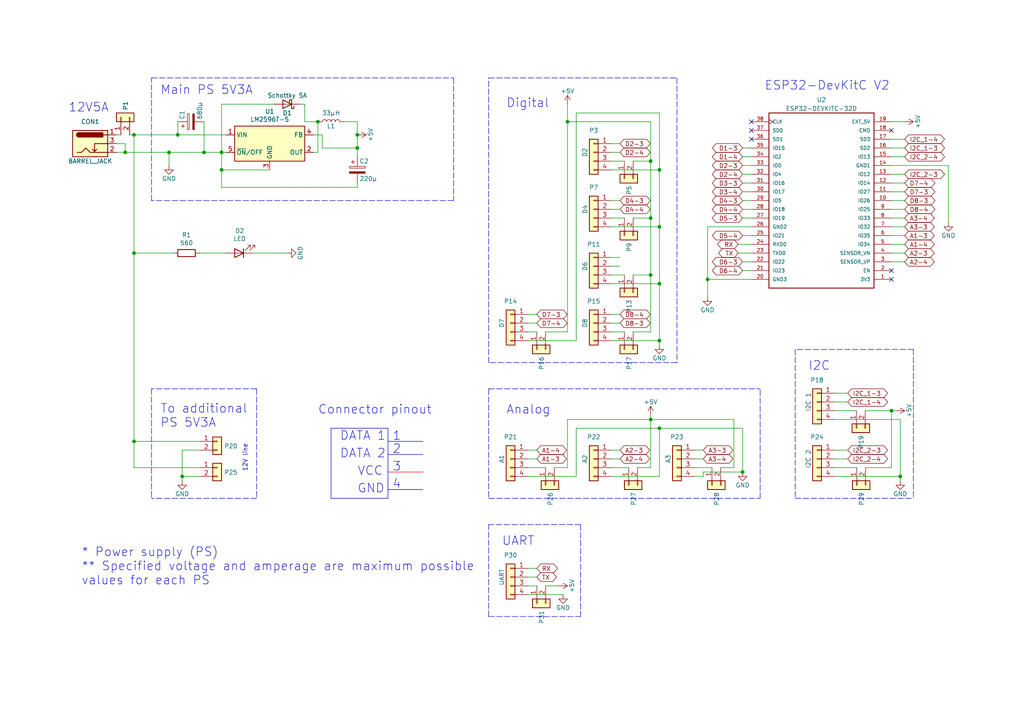
<source format=kicad_sch>
(kicad_sch (version 20231120) (generator "eeschema") (generator_version "8.0")
  (paper "A4")
  (junction (at 529.59 1.524))
  (junction (at 191.262 82.296))
  (junction (at 191.262 124.206))
  (junction (at 500.38 52.324))
  (junction (at 64.262 44.196))
  (junction (at 36.322 44.196))
  (junction (at 261.112 138.176))
  (junction (at 205.232 81.026))
  (junction (at 191.262 65.786))
  (junction (at 38.862 39.116))
  (junction (at 103.632 39.116))
  (junction (at 188.722 121.666))
  (junction (at 38.862 73.406))
  (junction (at 64.262 49.276))
  (junction (at 531.622 106.172))
  (junction (at 471.17 52.324))
  (junction (at 164.592 35.306))
  (junction (at 529.59 52.324))
  (junction (at 471.17 1.524))
  (junction (at 188.722 46.736))
  (junction (at 191.262 98.806))
  (junction (at 38.862 128.016))
  (junction (at 51.562 39.116))
  (junction (at 258.572 119.126))
  (junction (at 215.392 136.906))
  (junction (at 426.72 112.014))
  (junction (at 59.182 44.196))
  (junction (at 188.722 79.756))
  (junction (at 49.022 44.196))
  (junction (at 191.262 49.276))
  (junction (at 92.202 35.306))
  (junction (at 52.832 138.176))
  (junction (at 500.38 1.524))
  (junction (at 103.632 42.926))
  (junction (at 188.722 63.246))
  (no_connect (at 217.932 40.386))
  (no_connect (at 258.572 81.026))
  (no_connect (at 258.572 78.486))
  (no_connect (at 217.932 37.846))
  (no_connect (at 217.932 35.306))
  (no_connect (at 258.572 37.846))
  (wire (pts (xy 258.572 75.946) (xy 262.382 75.946)))
  (wire (pts (xy 64.262 30.226) (xy 79.502 30.226)))
  (wire (pts (xy 363.22 37.084) (xy 363.22 42.164)))
  (wire (pts (xy 92.202 35.306) (xy 92.202 44.196)))
  (wire (pts (xy 391.16 49.784) (xy 391.16 58.674)))
  (wire (pts (xy 258.572 45.466) (xy 262.382 45.466)))
  (wire (pts (xy 529.59 63.754) (xy 529.59 68.834)))
  (wire (pts (xy 160.782 135.636) (xy 164.592 135.636)))
  (polyline (pts (xy 141.732 112.776) (xy 220.472 112.776)) (stroke (width 0) (type dash)))
  (wire (pts (xy 212.852 121.666) (xy 212.852 135.636)))
  (wire (pts (xy 529.59 43.434) (xy 529.59 52.324)))
  (wire (pts (xy 188.722 46.736) (xy 188.722 63.246)))
  (wire (pts (xy 203.962 130.556) (xy 201.422 130.556)))
  (wire (pts (xy 217.932 78.486) (xy 215.392 78.486)))
  (wire (pts (xy 183.642 96.266) (xy 188.722 96.266)))
  (wire (pts (xy 261.112 139.446) (xy 261.112 138.176)))
  (wire (pts (xy 59.182 35.306) (xy 59.182 44.196)))
  (wire (pts (xy 363.22 9.144) (xy 369.57 9.144)))
  (wire (pts (xy 64.262 44.196) (xy 64.262 49.276)))
  (wire (pts (xy 217.932 75.946) (xy 215.392 75.946)))
  (wire (pts (xy 500.38 -7.366) (xy 500.38 1.524)))
  (wire (pts (xy 191.262 49.276) (xy 191.262 65.786)))
  (wire (pts (xy 258.572 119.126) (xy 259.842 119.126)))
  (wire (pts (xy 529.59 52.324) (xy 529.59 56.134)))
  (polyline (pts (xy 141.732 112.776) (xy 141.732 144.526)) (stroke (width 0) (type dash)))
  (wire (pts (xy 420.37 49.784) (xy 420.37 58.674)))
  (wire (pts (xy 36.322 41.656) (xy 36.322 44.196)))
  (polyline (pts (xy 112.522 128.016) (xy 122.682 128.016)) (stroke (width 0) (type solid)))
  (wire (pts (xy 179.832 44.196) (xy 177.292 44.196)))
  (wire (pts (xy 471.17 37.084) (xy 471.17 40.894)))
  (polyline (pts (xy 43.942 22.606) (xy 131.572 22.606)) (stroke (width 0) (type dash)))
  (polyline (pts (xy 43.942 112.776) (xy 43.942 144.526)) (stroke (width 0) (type dash)))
  (wire (pts (xy 88.392 30.226) (xy 88.392 35.306)))
  (polyline (pts (xy 43.942 58.166) (xy 43.942 22.606)) (stroke (width 0) (type dash)))
  (wire (pts (xy 426.72 125.984) (xy 426.72 120.904)))
  (wire (pts (xy 258.572 65.786) (xy 262.382 65.786)))
  (wire (pts (xy 258.572 68.326) (xy 262.382 68.326)))
  (wire (pts (xy 179.832 93.726) (xy 177.292 93.726)))
  (wire (pts (xy 363.22 61.214) (xy 363.22 68.834)))
  (wire (pts (xy 64.262 44.196) (xy 65.532 44.196)))
  (polyline (pts (xy 452.12 -36.576) (xy 452.12 80.264)) (stroke (width 0) (type dash)))
  (wire (pts (xy 391.16 9.144) (xy 397.51 9.144)))
  (wire (pts (xy 471.17 43.434) (xy 471.17 52.324)))
  (polyline (pts (xy 264.922 101.346) (xy 264.922 144.526)) (stroke (width 0) (type dash)))
  (wire (pts (xy 262.382 35.306) (xy 258.572 35.306)))
  (wire (pts (xy 217.932 55.626) (xy 215.392 55.626)))
  (wire (pts (xy 38.862 39.116) (xy 51.562 39.116)))
  (wire (pts (xy 258.572 58.166) (xy 262.382 58.166)))
  (polyline (pts (xy 220.472 144.526) (xy 220.472 112.776)) (stroke (width 0) (type dash)))
  (wire (pts (xy 529.59 -13.716) (xy 529.59 -9.906)))
  (wire (pts (xy 391.16 -2.286) (xy 391.16 6.604)))
  (wire (pts (xy 188.722 63.246) (xy 188.722 79.756)))
  (polyline (pts (xy 141.732 178.816) (xy 168.402 178.816)) (stroke (width 0) (type dash)))
  (polyline (pts (xy 74.422 112.776) (xy 43.942 112.776)) (stroke (width 0) (type dash)))
  (polyline (pts (xy 411.48 132.334) (xy 452.12 132.334)) (stroke (width 0) (type dash)))
  (wire (pts (xy 258.572 63.246) (xy 262.382 63.246)))
  (polyline (pts (xy 112.522 141.986) (xy 122.682 141.986)) (stroke (width 0) (type solid) (color 0 0 0 1)))
  (wire (pts (xy 531.622 97.282) (xy 531.622 106.172)))
  (wire (pts (xy 38.862 135.636) (xy 57.912 135.636)))
  (polyline (pts (xy 196.342 22.606) (xy 196.342 105.156)) (stroke (width 0) (type dash)))
  (polyline (pts (xy 112.522 136.906) (xy 122.682 136.906)) (stroke (width 0) (type solid) (color 255 0 0 1)))
  (wire (pts (xy 49.022 48.006) (xy 49.022 44.196)))
  (wire (pts (xy 258.572 42.926) (xy 262.382 42.926)))
  (polyline (pts (xy 466.09 80.264) (xy 554.99 80.264)) (stroke (width 0) (type dash)))
  (wire (pts (xy 250.9448 119.126) (xy 258.572 119.126)))
  (wire (pts (xy 167.132 32.766) (xy 191.262 32.766)))
  (wire (pts (xy 188.722 121.666) (xy 188.722 120.396)))
  (wire (pts (xy 177.292 138.176) (xy 191.262 138.176)))
  (wire (pts (xy 258.572 40.386) (xy 262.382 40.386)))
  (wire (pts (xy 51.562 39.116) (xy 65.532 39.116)))
  (polyline (pts (xy 141.732 178.816) (xy 141.732 152.146)) (stroke (width 0) (type dash)))
  (wire (pts (xy 363.728 94.488) (xy 363.728 99.568)))
  (wire (pts (xy 52.832 139.446) (xy 52.832 138.176)))
  (wire (pts (xy 471.17 52.324) (xy 471.17 56.134)))
  (wire (pts (xy 158.2634 169.926) (xy 162.052 169.926)))
  (wire (pts (xy 531.622 90.932) (xy 531.622 94.742)))
  (wire (pts (xy 188.722 121.666) (xy 188.722 135.636)))
  (polyline (pts (xy 96.012 124.206) (xy 96.012 144.526)) (stroke (width 0) (type solid)))
  (polyline (pts (xy 554.99 -36.576) (xy 466.09 -36.576)) (stroke (width 0) (type dash)))
  (wire (pts (xy 258.572 73.406) (xy 262.382 73.406)))
  (polyline (pts (xy 411.48 84.074) (xy 411.48 132.334)) (stroke (width 0) (type dash)))
  (wire (pts (xy 203.962 133.096) (xy 201.422 133.096)))
  (wire (pts (xy 420.37 61.214) (xy 426.72 61.214)))
  (wire (pts (xy 57.912 128.016) (xy 38.862 128.016)))
  (wire (pts (xy 179.832 74.676) (xy 177.292 74.676)))
  (wire (pts (xy 103.632 45.466) (xy 103.632 42.926)))
  (wire (pts (xy 363.22 9.144) (xy 363.22 16.764)))
  (wire (pts (xy 420.37 61.214) (xy 420.37 68.834)))
  (wire (pts (xy 471.17 1.524) (xy 471.17 5.334)))
  (wire (pts (xy 177.292 98.806) (xy 191.262 98.806)))
  (wire (pts (xy 529.59 1.524) (xy 546.1 1.524)))
  (wire (pts (xy 426.72 113.284) (xy 426.72 112.014)))
  (wire (pts (xy 183.642 46.736) (xy 188.722 46.736)))
  (wire (pts (xy 391.16 61.214) (xy 391.16 68.834)))
  (wire (pts (xy 529.59 -7.366) (xy 529.59 1.524)))
  (wire (pts (xy 363.22 -14.986) (xy 363.22 -9.906)))
  (wire (pts (xy 33.782 44.196) (xy 36.322 44.196)))
  (wire (pts (xy 93.472 42.926) (xy 103.632 42.926)))
  (wire (pts (xy 59.182 44.196) (xy 64.262 44.196)))
  (wire (pts (xy 188.722 121.666) (xy 212.852 121.666)))
  (wire (pts (xy 500.38 52.324) (xy 516.89 52.324)))
  (polyline (pts (xy 196.342 105.156) (xy 141.732 105.156)) (stroke (width 0) (type dash)))
  (wire (pts (xy 203.962 138.176) (xy 203.962 136.906)))
  (wire (pts (xy 363.22 61.214) (xy 369.57 61.214)))
  (wire (pts (xy 191.262 32.766) (xy 191.262 49.276)))
  (wire (pts (xy 420.37 -14.986) (xy 420.37 -9.906)))
  (wire (pts (xy 155.702 130.556) (xy 153.162 130.556)))
  (polyline (pts (xy 353.06 80.264) (xy 353.06 -36.576)) (stroke (width 0) (type dash)))
  (wire (pts (xy 242.062 119.126) (xy 248.4048 119.126)))
  (wire (pts (xy 155.702 133.096) (xy 153.162 133.096)))
  (wire (pts (xy 471.17 -13.716) (xy 471.17 -9.906)))
  (wire (pts (xy 471.17 52.324) (xy 487.68 52.324)))
  (wire (pts (xy 33.782 39.116) (xy 35.052 39.116)))
  (wire (pts (xy 191.262 98.806) (xy 191.262 100.076)))
  (wire (pts (xy 245.872 133.096) (xy 242.062 133.096)))
  (polyline (pts (xy 230.632 144.526) (xy 264.922 144.526)) (stroke (width 0) (type dash)))
  (polyline (pts (xy 411.48 84.074) (xy 452.12 84.074)) (stroke (width 0) (type dash)))
  (wire (pts (xy 201.422 138.176) (xy 203.962 138.176)))
  (wire (pts (xy 217.932 68.326) (xy 215.392 68.326)))
  (wire (pts (xy 184.912 135.636) (xy 188.722 135.636)))
  (wire (pts (xy 177.292 96.266) (xy 181.102 96.266)))
  (wire (pts (xy 205.232 81.026) (xy 217.932 81.026)))
  (wire (pts (xy 38.862 39.116) (xy 38.862 73.406)))
  (wire (pts (xy 531.622 117.602) (xy 531.622 122.682)))
  (polyline (pts (xy 112.522 131.826) (xy 122.682 131.826)) (stroke (width 0) (type solid)))
  (wire (pts (xy 261.112 138.176) (xy 261.112 121.666)))
  (polyline (pts (xy 452.12 132.334) (xy 452.12 84.074)) (stroke (width 0) (type dash)))
  (wire (pts (xy 242.062 138.176) (xy 261.112 138.176)))
  (wire (pts (xy 92.202 44.196) (xy 90.932 44.196)))
  (wire (pts (xy 500.38 37.084) (xy 500.38 40.894)))
  (wire (pts (xy 177.292 63.246) (xy 181.102 63.246)))
  (wire (pts (xy 531.622 106.172) (xy 548.132 106.172)))
  (polyline (pts (xy 168.402 152.146) (xy 141.732 152.146)) (stroke (width 0) (type dash)))
  (wire (pts (xy 93.472 39.116) (xy 90.932 39.116)))
  (wire (pts (xy 500.38 12.954) (xy 500.38 18.034)))
  (wire (pts (xy 183.642 63.246) (xy 188.722 63.246)))
  (polyline (pts (xy 264.922 101.346) (xy 230.632 101.346)) (stroke (width 0) (type dash)))
  (wire (pts (xy 363.728 118.618) (xy 363.728 126.238)))
  (wire (pts (xy 205.232 81.026) (xy 205.232 86.106)))
  (wire (pts (xy 217.932 50.546) (xy 215.392 50.546)))
  (wire (pts (xy 52.832 138.176) (xy 52.832 130.556)))
  (wire (pts (xy 179.832 60.706) (xy 177.292 60.706)))
  (wire (pts (xy 209.042 135.636) (xy 212.852 135.636)))
  (wire (pts (xy 164.592 35.306) (xy 188.722 35.306)))
  (wire (pts (xy 217.932 58.166) (xy 215.392 58.166)))
  (polyline (pts (xy 74.422 144.526) (xy 43.942 144.526)) (stroke (width 0) (type dash)))
  (wire (pts (xy 153.162 138.176) (xy 167.132 138.176)))
  (wire (pts (xy 167.132 124.206) (xy 191.262 124.206)))
  (wire (pts (xy 217.932 42.926) (xy 215.392 42.926)))
  (wire (pts (xy 73.152 73.406) (xy 83.312 73.406)))
  (wire (pts (xy 201.422 135.636) (xy 206.502 135.636)))
  (wire (pts (xy 471.17 1.524) (xy 487.68 1.524)))
  (wire (pts (xy 215.392 60.706) (xy 217.932 60.706)))
  (wire (pts (xy 420.37 9.144) (xy 420.37 16.764)))
  (wire (pts (xy 258.572 70.866) (xy 262.382 70.866)))
  (wire (pts (xy 217.932 63.246) (xy 215.392 63.246)))
  (wire (pts (xy 258.572 60.706) (xy 262.382 60.706)))
  (polyline (pts (xy 230.632 101.346) (xy 230.632 144.526)) (stroke (width 0) (type dash)))
  (wire (pts (xy 217.932 45.466) (xy 215.392 45.466)))
  (wire (pts (xy 33.782 41.656) (xy 36.322 41.656)))
  (wire (pts (xy 363.22 6.604) (xy 369.57 6.604)))
  (wire (pts (xy 426.72 112.014) (xy 440.69 112.014)))
  (wire (pts (xy 245.872 114.046) (xy 242.062 114.046)))
  (wire (pts (xy 177.292 46.736) (xy 181.102 46.736)))
  (wire (pts (xy 164.592 121.666) (xy 164.592 135.636)))
  (polyline (pts (xy 452.12 80.264) (xy 353.06 80.264)) (stroke (width 0) (type dash)))
  (wire (pts (xy 205.232 65.786) (xy 205.232 81.026)))
  (wire (pts (xy 155.702 91.186) (xy 153.162 91.186)))
  (wire (pts (xy 420.37 9.144) (xy 426.72 9.144)))
  (polyline (pts (xy 141.732 105.156) (xy 141.732 22.606)) (stroke (width 0) (type dash)))
  (wire (pts (xy 391.16 9.144) (xy 391.16 16.764)))
  (wire (pts (xy 177.292 79.756) (xy 181.102 79.756)))
  (wire (pts (xy 64.262 30.226) (xy 64.262 44.196)))
  (polyline (pts (xy 141.732 144.526) (xy 220.472 144.526)) (stroke (width 0) (type dash)))
  (wire (pts (xy 242.062 135.636) (xy 248.5109 135.636)))
  (wire (pts (xy 87.122 30.226) (xy 88.392 30.226)))
  (wire (pts (xy 191.262 65.786) (xy 191.262 82.296)))
  (wire (pts (xy 153.162 96.266) (xy 155.702 96.266)))
  (wire (pts (xy 217.932 73.406) (xy 214.122 73.406)))
  (wire (pts (xy 251.0509 135.636) (xy 258.572 135.636)))
  (wire (pts (xy 500.38 -13.716) (xy 500.38 -9.906)))
  (wire (pts (xy 529.59 12.954) (xy 529.59 18.034)))
  (wire (pts (xy 179.832 58.166) (xy 177.292 58.166)))
  (wire (pts (xy 179.832 133.096) (xy 177.292 133.096)))
  (wire (pts (xy 420.37 -2.286) (xy 420.37 6.604)))
  (wire (pts (xy 215.392 124.206) (xy 215.392 136.906)))
  (wire (pts (xy 103.632 39.116) (xy 103.632 42.926)))
  (wire (pts (xy 52.832 138.176) (xy 57.912 138.176)))
  (wire (pts (xy 363.22 49.784) (xy 363.22 58.674)))
  (wire (pts (xy 88.392 35.306) (xy 92.202 35.306)))
  (wire (pts (xy 188.722 35.306) (xy 188.722 46.736)))
  (wire (pts (xy 500.38 52.324) (xy 500.38 56.134)))
  (wire (pts (xy 103.632 35.306) (xy 99.822 35.306)))
  (wire (pts (xy 215.392 48.006) (xy 217.932 48.006)))
  (polyline (pts (xy 466.09 -36.576) (xy 466.09 80.264)) (stroke (width 0) (type dash)))
  (wire (pts (xy 177.292 65.786) (xy 191.262 65.786)))
  (wire (pts (xy 363.728 118.618) (xy 370.078 118.618)))
  (wire (pts (xy 37.592 39.116) (xy 38.862 39.116)))
  (wire (pts (xy 155.702 93.726) (xy 153.162 93.726)))
  (wire (pts (xy 391.16 6.604) (xy 397.51 6.604)))
  (wire (pts (xy 258.572 55.626) (xy 262.382 55.626)))
  (wire (pts (xy 164.592 121.666) (xy 188.722 121.666)))
  (wire (pts (xy 529.59 52.324) (xy 546.1 52.324)))
  (wire (pts (xy 258.572 50.546) (xy 262.382 50.546)))
  (polyline (pts (xy 131.572 22.606) (xy 131.572 58.166)) (stroke (width 0) (type dash)))
  (wire (pts (xy 258.572 119.126) (xy 258.572 135.636)))
  (wire (pts (xy 191.262 124.206) (xy 215.392 124.206)))
  (wire (pts (xy 64.262 54.356) (xy 103.632 54.356)))
  (wire (pts (xy 363.728 107.188) (xy 363.728 116.078)))
  (wire (pts (xy 167.132 124.206) (xy 167.132 138.176)))
  (wire (pts (xy 242.062 130.556) (xy 245.872 130.556)))
  (wire (pts (xy 153.162 98.806) (xy 167.132 98.806)))
  (polyline (pts (xy 168.402 152.146) (xy 168.402 178.816)) (stroke (width 0) (type dash)))
  (wire (pts (xy 38.862 73.406) (xy 38.862 128.016)))
  (wire (pts (xy 153.162 164.846) (xy 155.702 164.846)))
  (wire (pts (xy 391.16 -14.986) (xy 391.16 -9.906)))
  (wire (pts (xy 153.162 167.386) (xy 155.702 167.386)))
  (polyline (pts (xy 112.522 124.206) (xy 96.012 124.206)) (stroke (width 0) (type solid)))
  (wire (pts (xy 191.262 82.296) (xy 191.262 98.806)))
  (wire (pts (xy 217.932 65.786) (xy 205.232 65.786)))
  (wire (pts (xy 529.59 1.524) (xy 529.59 5.334)))
  (wire (pts (xy 177.292 135.636) (xy 182.372 135.636)))
  (wire (pts (xy 242.062 121.666) (xy 261.112 121.666)))
  (wire (pts (xy 164.592 30.226) (xy 164.592 35.306)))
  (wire (pts (xy 153.162 172.466) (xy 163.322 172.466)))
  (wire (pts (xy 363.728 116.078) (xy 370.078 116.078)))
  (wire (pts (xy 420.37 58.674) (xy 426.72 58.674)))
  (wire (pts (xy 500.38 1.524) (xy 516.89 1.524)))
  (polyline (pts (xy 112.522 144.526) (xy 112.522 124.206)) (stroke (width 0) (type solid)))
  (wire (pts (xy 179.832 77.216) (xy 177.292 77.216)))
  (wire (pts (xy 275.082 48.006) (xy 258.572 48.006)))
  (wire (pts (xy 191.262 124.206) (xy 191.262 138.176)))
  (wire (pts (xy 177.292 82.296) (xy 191.262 82.296)))
  (wire (pts (xy 363.22 58.674) (xy 369.57 58.674)))
  (wire (pts (xy 57.912 73.406) (xy 65.532 73.406)))
  (wire (pts (xy 183.642 79.756) (xy 188.722 79.756)))
  (wire (pts (xy 420.37 37.084) (xy 420.37 42.164)))
  (wire (pts (xy 179.832 130.556) (xy 177.292 130.556)))
  (wire (pts (xy 179.832 41.656) (xy 177.292 41.656)))
  (wire (pts (xy 64.262 49.276) (xy 64.262 54.356)))
  (wire (pts (xy 64.262 49.276) (xy 78.232 49.276)))
  (wire (pts (xy 179.832 91.186) (xy 177.292 91.186)))
  (wire (pts (xy 391.16 37.084) (xy 391.16 42.164)))
  (wire (pts (xy 51.562 35.306) (xy 51.562 39.116)))
  (wire (pts (xy 420.37 6.604) (xy 426.72 6.604)))
  (polyline (pts (xy 131.572 58.166) (xy 43.942 58.166)) (stroke (width 0) (type dash)))
  (wire (pts (xy 426.72 101.854) (xy 426.72 96.774)))
  (wire (pts (xy 103.632 54.356) (xy 103.632 53.086)))
  (wire (pts (xy 158.242 96.266) (xy 164.592 96.266)))
  (polyline (pts (xy 353.06 -36.576) (xy 452.12 -36.576)) (stroke (width 0) (type dash)))
  (polyline (pts (xy 96.012 144.526) (xy 112.522 144.526)) (stroke (width 0) (type solid)))
  (polyline (pts (xy 74.422 112.776) (xy 74.422 144.526)) (stroke (width 0) (type dash)))
  (wire (pts (xy 500.38 63.754) (xy 500.38 68.834)))
  (wire (pts (xy 153.162 169.926) (xy 155.7234 169.926)))
  (wire (pts (xy 52.832 130.556) (xy 57.912 130.556)))
  (wire (pts (xy 177.292 49.276) (xy 191.262 49.276)))
  (wire (pts (xy 426.72 112.014) (xy 426.72 109.474)))
  (wire (pts (xy 203.962 136.906) (xy 215.392 136.906)))
  (wire (pts (xy 93.472 39.116) (xy 93.472 42.926)))
  (polyline (pts (xy 554.99 80.264) (xy 554.99 -36.576)) (stroke (width 0) (type dash)))
  (wire (pts (xy 188.722 79.756) (xy 188.722 96.266)))
  (wire (pts (xy 103.632 35.306) (xy 103.632 39.116)))
  (wire (pts (xy 529.59 37.084) (xy 529.59 40.894)))
  (wire (pts (xy 500.38 1.524) (xy 500.38 5.334)))
  (wire (pts (xy 217.932 53.086) (xy 215.392 53.086)))
  (polyline (pts (xy 141.732 22.606) (xy 196.342 22.606)) (stroke (width 0) (type dash)))
  (wire (pts (xy 363.22 -2.286) (xy 363.22 6.604)))
  (wire (pts (xy 153.162 135.636) (xy 158.242 135.636)))
  (wire (pts (xy 164.592 35.306) (xy 164.592 96.266)))
  (wire (pts (xy 471.17 12.954) (xy 471.17 18.034)))
  (wire (pts (xy 531.622 106.172) (xy 531.622 109.982)))
  (wire (pts (xy 38.862 128.016) (xy 38.862 135.636)))
  (wire (pts (xy 471.17 -7.366) (xy 471.17 1.524)))
  (wire (pts (xy 275.082 64.516) (xy 275.082 48.006)))
  (wire (pts (xy 258.572 53.086) (xy 262.382 53.086)))
  (wire (pts (xy 471.17 63.754) (xy 471.17 68.834)))
  (wire (pts (xy 167.132 32.766) (xy 167.132 98.806)))
  (wire (pts (xy 49.022 44.196) (xy 59.182 44.196)))
  (wire (pts (xy 245.872 116.586) (xy 242.062 116.586)))
  (wire (pts (xy 217.932 70.866) (xy 214.122 70.866)))
  (wire (pts (xy 38.862 73.406) (xy 50.292 73.406)))
  (wire (pts (xy 36.322 44.196) (xy 49.022 44.196)))
  (wire (pts (xy 500.38 43.434) (xy 500.38 52.324)))
  (text "Main PS 5V3A" (at 46.482 27.686 0) (effects (font (size 2.54 2.54)) (justify left bottom)))
  (text "GND" (at 103.632 143.256 0) (effects (font (size 2.54 2.54)) (justify left bottom)))
  (text "Connector pinout" (at 92.202 120.396 0) (effects (font (size 2.54 2.54)) (justify left bottom)))
  (text "* Power supply (PS)\n** Specified voltage and amperage are maximum possible\nvalues for each PS " (at 23.622 169.926 0) (effects (font (size 2.54 2.54)) (justify left bottom)))
  (text "4" (at 113.792 141.986 0) (effects (font (size 2.54 2.54)) (justify left bottom)))
  (text "12V line" (at 71.882 136.906 90) (effects (font (size 1.27 1.27)) (justify left bottom)))
  (text "DATA 2  " (at 98.552 133.096 0) (effects (font (size 2.54 2.54)) (justify left bottom)))
  (text "2" (at 113.792 131.826 0) (effects (font (size 2.54 2.54)) (justify left bottom)))
  (text "1" (at 113.792 128.016 0) (effects (font (size 2.54 2.54)) (justify left bottom)))
  (text "12V5A" (at 19.812 32.766 0) (effects (font (size 2.54 2.54)) (justify left bottom)))
  (text "UART" (at 145.542 158.496 0) (effects (font (size 2.54 2.54)) (justify left bottom)))
  (text "3" (at 113.792 136.906 0) (effects (font (size 2.54 2.54)) (justify left bottom)))
  (text "ESP32-DevKitC V2" (at 221.742 26.416 0) (effects (font (size 2.54 2.54)) (justify left bottom)))
  (text "DATA 1\n" (at 98.552 128.016 0) (effects (font (size 2.54 2.54)) (justify left bottom)))
  (text "IR LED array" (at 361.95 -27.686 0) (effects (font (size 2.54 2.54)) (justify left bottom)))
  (text "Digital" (at 146.812 31.496 0) (effects (font (size 2.54 2.54)) (justify left bottom)))
  (text "IR phototransistor array" (at 469.9 -28.956 0) (effects (font (size 2.54 2.54)) (justify left bottom)))
  (text "Analog" (at 146.812 120.396 0) (effects (font (size 2.54 2.54)) (justify left bottom)))
  (text "To additional\nPS 5V3A" (at 46.482 124.206 0) (effects (font (size 2.54 2.54)) (justify left bottom)))
  (text "3.3V supply line" (at 415.29 89.154 0) (effects (font (size 2.54 2.54)) (justify left bottom)))
  (text "I2C" (at 234.442 107.696 0) (effects (font (size 2.54 2.54)) (justify left bottom)))
  (text "VCC" (at 103.632 138.176 0) (effects (font (size 2.54 2.54)) (justify left bottom)))
  (global_label "D4-3" (shape bidirectional) (at 179.832 58.166 0) (property "Intersheetrefs" "${INTERSHEET_REFS}" (effects (hide yes))))
  (global_label "D1-4" (shape bidirectional) (at 215.392 45.466 180) (property "Intersheetrefs" "${INTERSHEET_REFS}" (effects (hide yes))))
  (global_label "TX" (shape bidirectional) (at 155.702 167.386 0) (property "Intersheetrefs" "${INTERSHEET_REFS}" (effects (hide yes))))
  (global_label "I2C_2-4" (shape bidirectional) (at 245.872 133.096 0) (property "Intersheetrefs" "${INTERSHEET_REFS}" (effects (hide yes))))
  (global_label "A3-3" (shape bidirectional) (at 262.382 65.786 0) (property "Intersheetrefs" "${INTERSHEET_REFS}" (effects (hide yes))))
  (global_label "RX" (shape bidirectional) (at 155.702 164.846 0) (property "Intersheetrefs" "${INTERSHEET_REFS}" (effects (hide yes))))
  (global_label "D5-3" (shape bidirectional) (at 215.392 63.246 180) (property "Intersheetrefs" "${INTERSHEET_REFS}" (effects (hide yes))))
  (global_label "RX" (shape bidirectional) (at 214.122 70.866 180) (property "Intersheetrefs" "${INTERSHEET_REFS}" (effects (hide yes))))
  (global_label "D1-4" (shape bidirectional) (at 516.89 1.524 0) (property "Intersheetrefs" "${INTERSHEET_REFS}" (effects (hide yes))))
  (global_label "I2C_1-3" (shape bidirectional) (at 262.382 42.926 0) (property "Intersheetrefs" "${INTERSHEET_REFS}" (effects (hide yes))))
  (global_label "A2-4" (shape bidirectional) (at 179.832 133.096 0) (property "Intersheetrefs" "${INTERSHEET_REFS}" (effects (hide yes))))
  (global_label "A2-3" (shape bidirectional) (at 179.832 130.556 0) (property "Intersheetrefs" "${INTERSHEET_REFS}" (effects (hide yes))))
  (global_label "I2C_2-3" (shape bidirectional) (at 262.382 50.546 0) (property "Intersheetrefs" "${INTERSHEET_REFS}" (effects (hide yes))))
  (global_label "A2-4" (shape bidirectional) (at 262.382 75.946 0) (property "Intersheetrefs" "${INTERSHEET_REFS}" (effects (hide yes))))
  (global_label "D7-4" (shape bidirectional) (at 155.702 93.726 0) (property "Intersheetrefs" "${INTERSHEET_REFS}" (effects (hide yes))))
  (global_label "D3-4" (shape bidirectional) (at 487.68 52.324 0) (property "Intersheetrefs" "${INTERSHEET_REFS}" (effects (hide yes))))
  (global_label "D7-4" (shape bidirectional) (at 262.382 53.086 0) (property "Intersheetrefs" "${INTERSHEET_REFS}" (effects (hide yes))))
  (global_label "A1-3" (shape bidirectional) (at 262.382 68.326 0) (property "Intersheetrefs" "${INTERSHEET_REFS}" (effects (hide yes))))
  (global_label "D5-4" (shape bidirectional) (at 546.1 52.324 0) (property "Intersheetrefs" "${INTERSHEET_REFS}" (effects (hide yes))))
  (global_label "D8-4" (shape bidirectional) (at 262.382 60.706 0) (property "Intersheetrefs" "${INTERSHEET_REFS}" (effects (hide yes))))
  (global_label "TX" (shape bidirectional) (at 214.122 73.406 180) (property "Intersheetrefs" "${INTERSHEET_REFS}" (effects (hide yes))))
  (global_label "D3-3" (shape bidirectional) (at 548.132 106.172 0) (property "Intersheetrefs" "${INTERSHEET_REFS}" (effects (hide yes))))
  (global_label "D4-4" (shape bidirectional) (at 179.832 60.706 0) (property "Intersheetrefs" "${INTERSHEET_REFS}" (effects (hide yes))))
  (global_label "I2C_1-4" (shape bidirectional) (at 245.872 116.586 0) (property "Intersheetrefs" "${INTERSHEET_REFS}" (effects (hide yes))))
  (global_label "I2C_1-3" (shape bidirectional) (at 245.872 114.046 0) (property "Intersheetrefs" "${INTERSHEET_REFS}" (effects (hide yes))))
  (global_label "D1-3" (shape bidirectional) (at 215.392 42.926 180) (property "Intersheetrefs" "${INTERSHEET_REFS}" (effects (hide yes))))
  (global_label "D6-3" (shape bidirectional) (at 215.392 75.946 180) (property "Intersheetrefs" "${INTERSHEET_REFS}" (effects (hide yes))))
  (global_label "I2C_2-4" (shape bidirectional) (at 262.382 45.466 0) (property "Intersheetrefs" "${INTERSHEET_REFS}" (effects (hide yes))))
  (global_label "D8-3" (shape bidirectional) (at 262.382 58.166 0) (property "Intersheetrefs" "${INTERSHEET_REFS}" (effects (hide yes))))
  (global_label "I2C_1-4" (shape bidirectional) (at 262.382 40.386 0) (property "Intersheetrefs" "${INTERSHEET_REFS}" (effects (hide yes))))
  (global_label "A1-4" (shape bidirectional) (at 262.382 70.866 0) (property "Intersheetrefs" "${INTERSHEET_REFS}" (effects (hide yes))))
  (global_label "A3-4" (shape bidirectional) (at 203.962 133.096 0) (property "Intersheetrefs" "${INTERSHEET_REFS}" (effects (hide yes))))
  (global_label "A2-3" (shape bidirectional) (at 262.382 73.406 0) (property "Intersheetrefs" "${INTERSHEET_REFS}" (effects (hide yes))))
  (global_label "D3-3" (shape bidirectional) (at 215.392 53.086 180) (property "Intersheetrefs" "${INTERSHEET_REFS}" (effects (hide yes))))
  (global_label "D8-4" (shape bidirectional) (at 179.832 91.186 0) (property "Intersheetrefs" "${INTERSHEET_REFS}" (effects (hide yes))))
  (global_label "D4-3" (shape bidirectional) (at 215.392 58.166 180) (property "Intersheetrefs" "${INTERSHEET_REFS}" (effects (hide yes))))
  (global_label "D7-3" (shape bidirectional) (at 155.702 91.186 0) (property "Intersheetrefs" "${INTERSHEET_REFS}" (effects (hide yes))))
  (global_label "D2-4" (shape bidirectional) (at 179.832 44.196 0) (property "Intersheetrefs" "${INTERSHEET_REFS}" (effects (hide yes))))
  (global_label "D3-4" (shape bidirectional) (at 215.392 55.626 180) (property "Intersheetrefs" "${INTERSHEET_REFS}" (effects (hide yes))))
  (global_label "D1-3" (shape bidirectional) (at 487.68 1.524 0) (property "Intersheetrefs" "${INTERSHEET_REFS}" (effects (hide yes))))
  (global_label "D8-3" (shape bidirectional) (at 179.832 93.726 0) (property "Intersheetrefs" "${INTERSHEET_REFS}" (effects (hide yes))))
  (global_label "D2-3" (shape bidirectional) (at 215.392 48.006 180) (property "Intersheetrefs" "${INTERSHEET_REFS}" (effects (hide yes))))
  (global_label "D6-4" (shape bidirectional) (at 215.392 78.486 180) (property "Intersheetrefs" "${INTERSHEET_REFS}" (effects (hide yes))))
  (global_label "D7-3" (shape bidirectional) (at 262.382 55.626 0) (property "Intersheetrefs" "${INTERSHEET_REFS}" (effects (hide yes))))
  (global_label "A1-3" (shape bidirectional) (at 155.702 133.096 0) (property "Intersheetrefs" "${INTERSHEET_REFS}" (effects (hide yes))))
  (global_label "A3-3" (shape bidirectional) (at 203.962 130.556 0) (property "Intersheetrefs" "${INTERSHEET_REFS}" (effects (hide yes))))
  (global_label "A3-4" (shape bidirectional) (at 262.382 63.246 0) (property "Intersheetrefs" "${INTERSHEET_REFS}" (effects (hide yes))))
  (global_label "D2-4" (shape bidirectional) (at 215.392 50.546 180) (property "Intersheetrefs" "${INTERSHEET_REFS}" (effects (hide yes))))
  (global_label "I2C_2-3" (shape bidirectional) (at 245.872 130.556 0) (property "Intersheetrefs" "${INTERSHEET_REFS}" (effects (hide yes))))
  (global_label "D3-3" (shape bidirectional) (at 546.1 1.524 0) (property "Intersheetrefs" "${INTERSHEET_REFS}" (effects (hide yes))))
  (global_label "A1-4" (shape bidirectional) (at 155.702 130.556 0) (property "Intersheetrefs" "${INTERSHEET_REFS}" (effects (hide yes))))
  (global_label "D2-3" (shape bidirectional) (at 179.832 41.656 0) (property "Intersheetrefs" "${INTERSHEET_REFS}" (effects (hide yes))))
  (global_label "D5-3" (shape bidirectional) (at 516.89 52.324 0) (property "Intersheetrefs" "${INTERSHEET_REFS}" (effects (hide yes))))
  (global_label "D4-4" (shape bidirectional) (at 215.392 60.706 180) (property "Intersheetrefs" "${INTERSHEET_REFS}" (effects (hide yes))))
  (global_label "D5-4" (shape bidirectional) (at 215.392 68.326 180) (property "Intersheetrefs" "${INTERSHEET_REFS}" (effects (hide yes))))
  (symbol (lib_id "Connector_Generic:Conn_01x04") (at 172.212 133.096 0) (mirror y) (unit 1)
    (property "Reference" "P22" (at 172.212 126.746 0))
    (property "Value" "A2" (at 169.672 133.096 90))
    (property "Footprint" "Connector_JST:JST_XH_B04B-XH-A_04x2.50mm_Straight" (effects (hide yes)))
  )
  (symbol (lib_id "Connector_Generic:Conn_01x02") (at 476.25 40.894 0) (unit 1)
    (property "Reference" "J?" (at 478.282 41.0972 0) (effects (justify left)))
    (property "Value" "Conn_01x02" (at 478.282 43.4086 0) (effects (justify left)))
    (property "Footprint" "Connector_JST:JST_XH_B2B-XH-A_1x02_P2.50mm_Vertical" (effects (hide yes)))
  )
  (symbol (lib_id "Connector_Generic:Conn_01x02") (at 375.158 116.078 0) (unit 1)
    (property "Reference" "J?" (at 377.19 116.2812 0) (effects (justify left)))
    (property "Value" "Conn_01x02" (at 377.19 118.5926 0) (effects (justify left)))
    (property "Footprint" "Connector_JST:JST_XH_B2B-XH-A_1x02_P2.50mm_Vertical" (effects (hide yes)))
  )
  (symbol (lib_id "beehive-rescue:CP-Device") (at 55.372 35.306 90) (unit 1)
    (property "Reference" "C1" (at 52.832 34.671 0) (effects (justify left)))
    (property "Value" "680µ" (at 57.912 34.671 0) (effects (justify left)))
    (property "Footprint" "Capacitor_THT:C_Radial_D10_L21_P5" (effects (hide yes)))
  )
  (symbol (lib_id "Device:R") (at 363.728 103.378 0) (unit 1)
    (property "Reference" "R?" (at 365.506 102.2096 0) (effects (justify left)))
    (property "Value" "47" (at 365.506 104.521 0) (effects (justify left)))
    (property "Footprint" "Resistor_THT:R_Box_L13.0mm_W4.0mm_P9.00mm" (effects (hide yes)))
  )
  (symbol (lib_id "power:GND") (at 420.37 16.764 0) (unit 1)
    (property "Reference" "#PWR0123" (effects (hide yes)))
    (property "Value" "GND" (at 420.497 21.1582 0))
  )
  (symbol (lib_id "Device:R") (at 471.17 59.944 0) (unit 1)
    (property "Reference" "R?" (at 472.948 58.7756 0) (effects (justify left)))
    (property "Value" "10k" (at 472.948 61.087 0) (effects (justify left)))
    (property "Footprint" "Resistor_THT:R_Box_L13.0mm_W4.0mm_P9.00mm" (effects (hide yes)))
  )
  (symbol (lib_id "Device:R") (at 500.38 59.944 0) (unit 1)
    (property "Reference" "R?" (at 502.158 58.7756 0) (effects (justify left)))
    (property "Value" "10k" (at 502.158 61.087 0) (effects (justify left)))
    (property "Footprint" "Resistor_THT:R_Box_L13.0mm_W4.0mm_P9.00mm" (effects (hide yes)))
  )
  (symbol (lib_id "ir_sensor-rescue:+3.3V-power") (at 529.59 -13.716 0) (unit 1)
    (property "Reference" "#PWR0122" (effects (hide yes)))
    (property "Value" "+3V3" (at 529.971 -18.1102 0))
  )
  (symbol (lib_id "Connector_Generic:Conn_01x02") (at 248.4048 124.206 90) (mirror x) (unit 1)
    (property "Reference" "P19" (at 249.7764 126.238 0) (effects (justify left)))
    (property "Value" "Conn_01x02" (effects (hide yes)))
    (property "Footprint" "Connector_JST:JST_XH_B2B-XH-A_1x02_P2.50mm_Vertical" (effects (hide yes)))
  )
  (symbol (lib_id "power:GND") (at 471.17 18.034 0) (unit 1)
    (property "Reference" "#PWR0114" (effects (hide yes)))
    (property "Value" "GND" (at 471.297 22.4282 0))
  )
  (symbol (lib_id "power:GND") (at 363.22 68.834 0) (unit 1)
    (property "Reference" "#PWR0113" (effects (hide yes)))
    (property "Value" "GND" (at 363.347 73.2282 0))
  )
  (symbol (lib_id "Connector_Generic:Conn_01x04") (at 236.982 116.586 0) (mirror y) (unit 1)
    (property "Reference" "P18" (at 236.982 110.236 0))
    (property "Value" "I2C 1" (at 234.442 116.586 90))
    (property "Footprint" "Connector_JST:JST_XH_B04B-XH-A_04x2.50mm_Straight" (effects (hide yes)))
  )
  (symbol (lib_id "ir_sensor-rescue:+3.3V-power") (at 500.38 -13.716 0) (unit 1)
    (property "Reference" "#PWR0116" (effects (hide yes)))
    (property "Value" "+3V3" (at 500.761 -18.1102 0))
  )
  (symbol (lib_id "power:GND") (at 471.17 68.834 0) (unit 1)
    (property "Reference" "#PWR0103" (effects (hide yes)))
    (property "Value" "GND" (at 471.297 73.2282 0))
  )
  (symbol (lib_id "power:+5V") (at 363.22 -14.986 0) (unit 1)
    (property "Reference" "#PWR0131" (effects (hide yes)))
    (property "Value" "+5V" (at 363.601 -19.3802 0))
  )
  (symbol (lib_id "Device:R") (at 471.17 9.144 0) (unit 1)
    (property "Reference" "R?" (at 472.948 7.9756 0) (effects (justify left)))
    (property "Value" "10k" (at 472.948 10.287 0) (effects (justify left)))
    (property "Footprint" "Resistor_THT:R_Box_L13.0mm_W4.0mm_P9.00mm" (effects (hide yes)))
  )
  (symbol (lib_id "power:GND") (at 391.16 68.834 0) (unit 1)
    (property "Reference" "#PWR0112" (effects (hide yes)))
    (property "Value" "GND" (at 391.287 73.2282 0))
  )
  (symbol (lib_id "Connector_Generic:Conn_01x02") (at 158.242 140.716 90) (mirror x) (unit 1)
    (property "Reference" "P26" (at 159.6136 142.748 0) (effects (justify left)))
    (property "Value" "Conn_01x02" (effects (hide yes)))
    (property "Footprint" "Connector_JST:JST_XH_B2B-XH-A_1x02_P2.50mm_Vertical" (effects (hide yes)))
  )
  (symbol (lib_id "Connector_Generic:Conn_01x02") (at 62.992 128.016 0) (unit 1)
    (property "Reference" "P20" (at 65.024 129.3876 0) (effects (justify left)))
    (property "Value" "Conn_01x02" (effects (hide yes)))
    (property "Footprint" "Connector_JST:JST_XH_B2B-XH-A_1x02_P2.50mm_Vertical" (effects (hide yes)))
  )
  (symbol (lib_id "Connector_Generic:Conn_01x02") (at 181.102 68.326 90) (mirror x) (unit 1)
    (property "Reference" "P9" (at 182.4736 70.358 0) (effects (justify left)))
    (property "Value" "Conn_01x02" (effects (hide yes)))
    (property "Footprint" "Connector_JST:JST_XH_B2B-XH-A_1x02_P2.50mm_Vertical" (effects (hide yes)))
  )
  (symbol (lib_id "Connector_Generic:Conn_01x02") (at 534.67 40.894 0) (unit 1)
    (property "Reference" "J?" (at 536.702 41.0972 0) (effects (justify left)))
    (property "Value" "Conn_01x02" (at 536.702 43.4086 0) (effects (justify left)))
    (property "Footprint" "Connector_JST:JST_XH_B2B-XH-A_1x02_P2.50mm_Vertical" (effects (hide yes)))
  )
  (symbol (lib_id "Device:R") (at 54.102 73.406 270) (unit 1)
    (property "Reference" "R1" (at 54.102 68.1482 90))
    (property "Value" "560" (at 54.102 70.4596 90))
    (property "Footprint" "Resistor_THT:R_Box_L13.0mm_W4.0mm_P9.00mm" (effects (hide yes)))
  )
  (symbol (lib_id "Device:R") (at 363.22 45.974 0) (unit 1)
    (property "Reference" "R?" (at 364.998 44.8056 0) (effects (justify left)))
    (property "Value" "47" (at 364.998 47.117 0) (effects (justify left)))
    (property "Footprint" "Resistor_THT:R_Box_L13.0mm_W4.0mm_P9.00mm" (effects (hide yes)))
  )
  (symbol (lib_id "Connector_Generic:Conn_01x02") (at 248.5109 140.716 90) (mirror x) (unit 1)
    (property "Reference" "P29" (at 249.8825 142.748 0) (effects (justify left)))
    (property "Value" "Conn_01x02" (effects (hide yes)))
    (property "Footprint" "Connector_JST:JST_XH_B2B-XH-A_1x02_P2.50mm_Vertical" (effects (hide yes)))
  )
  (symbol (lib_id "Connector_Generic:Conn_01x04") (at 172.212 93.726 0) (mirror y) (unit 1)
    (property "Reference" "P15" (at 172.212 87.376 0))
    (property "Value" "D8" (at 169.672 93.726 90))
    (property "Footprint" "Connector_JST:JST_XH_B04B-XH-A_04x2.50mm_Straight" (effects (hide yes)))
  )
  (symbol (lib_id "Connector_Generic:Conn_01x04") (at 148.082 133.096 0) (mirror y) (unit 1)
    (property "Reference" "P21" (at 148.082 126.746 0))
    (property "Value" "A1" (at 145.542 133.096 90))
    (property "Footprint" "Connector_JST:JST_XH_B04B-XH-A_04x2.50mm_Straight" (effects (hide yes)))
  )
  (symbol (lib_id "power:+5V") (at 420.37 -14.986 0) (unit 1)
    (property "Reference" "#PWR0130" (effects (hide yes)))
    (property "Value" "+5V" (at 420.751 -19.3802 0))
  )
  (symbol (lib_id "power:GND") (at 191.262 100.076 0) (unit 1)
    (property "Reference" "#PWR08" (effects (hide yes)))
    (property "Value" "GND" (at 191.262 103.886 0))
  )
  (symbol (lib_id "Device:R") (at 420.37 -6.096 0) (unit 1)
    (property "Reference" "R?" (at 422.148 -7.2644 0) (effects (justify left)))
    (property "Value" "47" (at 422.148 -4.953 0) (effects (justify left)))
    (property "Footprint" "Resistor_THT:R_Box_L13.0mm_W4.0mm_P9.00mm" (effects (hide yes)))
  )
  (symbol (lib_id "power:GND") (at 215.392 136.906 0) (unit 1)
    (property "Reference" "#PWR011" (effects (hide yes)))
    (property "Value" "GND" (at 215.392 140.716 0))
  )
  (symbol (lib_id "beehive-rescue:ESP32-DEVKITC-32D-ESP32-DEVKITC-32D") (at 238.252 58.166 180) (unit 1)
    (property "Reference" "U2" (at 238.252 28.956 0))
    (property "Value" "ESP32-DEVKITC-32D" (at 238.252 31.496 0))
    (property "Footprint" "RF_Module:ESP32-WROOM-32D" (effects (hide yes)))
    (property "Datasheet" "4" (effects (hide yes)))
    (property "Поле4" "Espressif Systems" (effects (hide yes)))
  )
  (symbol (lib_id "Device:LED") (at 69.342 73.406 180) (unit 1)
    (property "Reference" "D2" (at 69.5198 66.929 0))
    (property "Value" "LED" (at 69.5198 69.2404 0))
    (property "Footprint" "LED_THT:LED_D3.0mm" (effects (hide yes)))
  )
  (symbol (lib_id "Connector:Barrel_Jack_Switch") (at 26.162 41.656 0) (unit 1)
    (property "Reference" "CON1" (at 26.162 35.306 0))
    (property "Value" "BARREL_JACK" (at 26.162 46.736 0))
    (property "Footprint" "Connector_BarrelJack:BarrelJack_Horizontal" (effects (hide yes)))
  )
  (symbol (lib_id "Device:L") (at 96.012 35.306 90) (unit 1)
    (property "Reference" "L1" (at 96.012 36.576 90))
    (property "Value" "33µH" (at 96.012 32.766 90))
    (property "Footprint" "Inductor_THT:Neosid_Inductor_MA-Bs75" (effects (hide yes)))
  )
  (symbol (lib_id "ir_sensor-rescue:+3.3V-power") (at 531.622 90.932 0) (unit 1)
    (property "Reference" "#PWR0101" (effects (hide yes)))
    (property "Value" "+3V3" (at 532.003 86.5378 0))
  )
  (symbol (lib_id "power:+5V") (at 103.632 39.116 270) (unit 1)
    (property "Reference" "#PWR03" (effects (hide yes)))
    (property "Value" "+5V" (at 107.442 39.116 0))
  )
  (symbol (lib_id "Device:R") (at 391.16 -6.096 0) (unit 1)
    (property "Reference" "R?" (at 392.938 -7.2644 0) (effects (justify left)))
    (property "Value" "47" (at 392.938 -4.953 0) (effects (justify left)))
    (property "Footprint" "Resistor_THT:R_Box_L13.0mm_W4.0mm_P9.00mm" (effects (hide yes)))
  )
  (symbol (lib_id "Connector_Generic:Conn_01x02") (at 534.67 -9.906 0) (unit 1)
    (property "Reference" "J?" (at 536.702 -9.7028 0) (effects (justify left)))
    (property "Value" "Conn_01x02" (at 536.702 -7.3914 0) (effects (justify left)))
    (property "Footprint" "Connector_JST:JST_XH_B2B-XH-A_1x02_P2.50mm_Vertical" (effects (hide yes)))
  )
  (symbol (lib_id "Device:R") (at 420.37 45.974 0) (unit 1)
    (property "Reference" "R?" (at 422.148 44.8056 0) (effects (justify left)))
    (property "Value" "47" (at 422.148 47.117 0) (effects (justify left)))
    (property "Footprint" "Resistor_THT:R_Box_L13.0mm_W4.0mm_P9.00mm" (effects (hide yes)))
  )
  (symbol (lib_id "power:+5V") (at 363.22 37.084 0) (unit 1)
    (property "Reference" "#PWR0126" (effects (hide yes)))
    (property "Value" "+5V" (at 363.601 32.6898 0))
  )
  (symbol (lib_id "ir_sensor-rescue:+3.3V-power") (at 471.17 37.084 0) (unit 1)
    (property "Reference" "#PWR0115" (effects (hide yes)))
    (property "Value" "+3V3" (at 471.551 32.6898 0))
  )
  (symbol (lib_id "Connector_Generic:Conn_01x02") (at 536.702 94.742 0) (unit 1)
    (property "Reference" "J?" (at 538.734 94.9452 0) (effects (justify left)))
    (property "Value" "Conn_01x02" (at 538.734 97.2566 0) (effects (justify left)))
    (property "Footprint" "Connector_JST:JST_XH_B2B-XH-A_1x02_P2.50mm_Vertical" (effects (hide yes)))
  )
  (symbol (lib_id "power:+5V") (at 162.052 169.926 270) (unit 1)
    (property "Reference" "#PWR014" (effects (hide yes)))
    (property "Value" "+5V" (at 165.862 169.926 0))
  )
  (symbol (lib_id "Device:R") (at 391.16 45.974 180) (unit 1)
    (property "Reference" "R?" (at 394.97 44.704 0) (effects (justify left)))
    (property "Value" "47" (at 394.97 47.244 0) (effects (justify left)))
    (property "Footprint" "Resistor_THT:R_Box_L13.0mm_W4.0mm_P9.00mm" (effects (hide yes)))
  )
  (symbol (lib_id "Connector_Generic:Conn_01x02") (at 155.702 101.346 90) (mirror x) (unit 1)
    (property "Reference" "P16" (at 157.0736 103.378 0) (effects (justify left)))
    (property "Value" "Conn_01x02" (effects (hide yes)))
    (property "Footprint" "Connector_JST:JST_XH_B2B-XH-A_1x02_P2.50mm_Vertical" (effects (hide yes)))
  )
  (symbol (lib_id "power:+5V") (at 164.592 30.226 0) (unit 1)
    (property "Reference" "#PWR01" (effects (hide yes)))
    (property "Value" "+5V" (at 164.592 26.416 0))
  )
  (symbol (lib_id "Device:R") (at 529.59 9.144 0) (unit 1)
    (property "Reference" "R?" (at 531.368 7.9756 0) (effects (justify left)))
    (property "Value" "10k" (at 531.368 10.287 0) (effects (justify left)))
    (property "Footprint" "Resistor_THT:R_Box_L13.0mm_W4.0mm_P9.00mm" (effects (hide yes)))
  )
  (symbol (lib_id "ir_sensor-rescue:+3.3V-power") (at 500.38 37.084 0) (unit 1)
    (property "Reference" "#PWR0118" (effects (hide yes)))
    (property "Value" "+3V3" (at 500.761 32.6898 0))
  )
  (symbol (lib_id "power:+5V") (at 262.382 35.306 270) (unit 1)
    (property "Reference" "#PWR02" (effects (hide yes)))
    (property "Value" "+5V" (at 266.192 35.306 0))
  )
  (symbol (lib_id "power:GND") (at 83.312 73.406 90) (unit 1)
    (property "Reference" "#PWR06" (effects (hide yes)))
    (property "Value" "GND" (at 87.122 73.406 0))
  )
  (symbol (lib_id "Connector_Generic:Conn_01x04") (at 172.212 77.216 0) (mirror y) (unit 1)
    (property "Reference" "P11" (at 172.212 70.866 0))
    (property "Value" "D6" (at 169.672 77.216 90))
    (property "Footprint" "Connector_JST:JST_XH_B04B-XH-A_04x2.50mm_Straight" (effects (hide yes)))
  )
  (symbol (lib_id "Device:D_Schottky") (at 83.312 30.226 180) (unit 1)
    (property "Reference" "D1" (at 83.312 32.766 0))
    (property "Value" "Schottky 5A" (at 83.312 27.686 0))
    (property "Footprint" "Diode_THT:Diode_DO-201AD_Horizontal_RM15" (effects (hide yes)))
  )
  (symbol (lib_id "power:GND") (at 275.082 64.516 0) (mirror y) (unit 1)
    (property "Reference" "#PWR05" (effects (hide yes)))
    (property "Value" "GND" (at 275.082 68.326 0))
  )
  (symbol (lib_id "Connector_Generic:Conn_01x04") (at 148.082 167.386 0) (mirror y) (unit 1)
    (property "Reference" "P30" (at 148.082 161.036 0))
    (property "Value" "UART" (at 145.542 167.386 90))
    (property "Footprint" "Connector_JST:JST_XH_B04B-XH-A_04x2.50mm_Straight" (effects (hide yes)))
  )
  (symbol (lib_id "Connector_Generic:Conn_01x02") (at 181.102 51.816 90) (mirror x) (unit 1)
    (property "Reference" "P5" (at 182.4736 53.848 0) (effects (justify left)))
    (property "Value" "Conn_01x02" (effects (hide yes)))
    (property "Footprint" "Connector_JST:JST_XH_B2B-XH-A_1x02_P2.50mm_Vertical" (effects (hide yes)))
  )
  (symbol (lib_id "power:GND") (at 426.72 125.984 0) (unit 1)
    (property "Reference" "#PWR0107" (effects (hide yes)))
    (property "Value" "GND" (at 426.847 130.3782 0))
  )
  (symbol (lib_id "Connector_Generic:Conn_01x04") (at 148.082 93.726 0) (mirror y) (unit 1)
    (property "Reference" "P14" (at 148.082 87.376 0))
    (property "Value" "D7" (at 145.542 93.726 90))
    (property "Footprint" "Connector_JST:JST_XH_B04B-XH-A_04x2.50mm_Straight" (effects (hide yes)))
  )
  (symbol (lib_id "Connector_Generic:Conn_01x02") (at 374.65 58.674 0) (unit 1)
    (property "Reference" "J?" (at 376.682 58.8772 0) (effects (justify left)))
    (property "Value" "Conn_01x02" (at 376.682 61.1886 0) (effects (justify left)))
    (property "Footprint" "Connector_JST:JST_XH_B2B-XH-A_1x02_P2.50mm_Vertical" (effects (hide yes)))
  )
  (symbol (lib_id "power:+5V") (at 391.16 -14.986 0) (unit 1)
    (property "Reference" "#PWR0129" (effects (hide yes)))
    (property "Value" "+5V" (at 391.541 -19.3802 0))
  )
  (symbol (lib_id "Connector_Generic:Conn_01x04") (at 236.982 133.096 0) (mirror y) (unit 1)
    (property "Reference" "P24" (at 236.982 126.746 0))
    (property "Value" "I2C 2" (at 234.442 133.096 90))
    (property "Footprint" "Connector_JST:JST_XH_B04B-XH-A_04x2.50mm_Straight" (effects (hide yes)))
  )
  (symbol (lib_id "power:GND") (at 391.16 16.764 0) (unit 1)
    (property "Reference" "#PWR0127" (effects (hide yes)))
    (property "Value" "GND" (at 391.287 21.1582 0))
  )
  (symbol (lib_id "Device:R") (at 426.72 117.094 0) (unit 1)
    (property "Reference" "R?" (at 428.498 115.9256 0) (effects (justify left)))
    (property "Value" "1k" (at 428.498 118.237 0) (effects (justify left)))
    (property "Footprint" "Resistor_THT:R_Box_L13.0mm_W4.0mm_P9.00mm" (effects (hide yes)))
  )
  (symbol (lib_id "Connector_Generic:Conn_01x02") (at 431.8 6.604 0) (unit 1)
    (property "Reference" "J?" (at 433.832 6.8072 0) (effects (justify left)))
    (property "Value" "Conn_01x02" (at 433.832 9.1186 0) (effects (justify left)))
    (property "Footprint" "Connector_JST:JST_XH_B2B-XH-A_1x02_P2.50mm_Vertical" (effects (hide yes)))
  )
  (symbol (lib_id "Connector_Generic:Conn_01x02") (at 62.992 135.636 0) (unit 1)
    (property "Reference" "P25" (at 65.024 137.0076 0) (effects (justify left)))
    (property "Value" "Conn_01x02" (effects (hide yes)))
    (property "Footprint" "Connector_JST:JST_XH_B2B-XH-A_1x02_P2.50mm_Vertical" (effects (hide yes)))
  )
  (symbol (lib_id "Device:R") (at 529.59 59.944 0) (unit 1)
    (property "Reference" "R?" (at 531.368 58.7756 0) (effects (justify left)))
    (property "Value" "10k" (at 531.368 61.087 0) (effects (justify left)))
    (property "Footprint" "Resistor_THT:R_Box_L13.0mm_W4.0mm_P9.00mm" (effects (hide yes)))
  )
  (symbol (lib_id "Connector_Generic:Conn_01x02") (at 505.46 -9.906 0) (unit 1)
    (property "Reference" "J?" (at 507.492 -9.7028 0) (effects (justify left)))
    (property "Value" "Conn_01x02" (at 507.492 -7.3914 0) (effects (justify left)))
    (property "Footprint" "Connector_JST:JST_XH_B2B-XH-A_1x02_P2.50mm_Vertical" (effects (hide yes)))
  )
  (symbol (lib_id "power:GND") (at 363.728 126.238 0) (unit 1)
    (property "Reference" "#PWR0111" (effects (hide yes)))
    (property "Value" "GND" (at 363.855 130.6322 0))
  )
  (symbol (lib_id "Connector_Generic:Conn_01x02") (at 505.46 40.894 0) (unit 1)
    (property "Reference" "J?" (at 507.492 41.0972 0) (effects (justify left)))
    (property "Value" "Conn_01x02" (at 507.492 43.4086 0) (effects (justify left)))
    (property "Footprint" "Connector_JST:JST_XH_B2B-XH-A_1x02_P2.50mm_Vertical" (effects (hide yes)))
  )
  (symbol (lib_id "Device:R") (at 426.72 105.664 0) (unit 1)
    (property "Reference" "R?" (at 428.498 104.4956 0) (effects (justify left)))
    (property "Value" "560" (at 428.498 106.807 0) (effects (justify left)))
    (property "Footprint" "Resistor_THT:R_Box_L13.0mm_W4.0mm_P9.00mm" (effects (hide yes)))
  )
  (symbol (lib_id "Connector_Generic:Conn_01x02") (at 182.372 140.716 90) (mirror x) (unit 1)
    (property "Reference" "P27" (at 183.7436 142.748 0) (effects (justify left)))
    (property "Value" "Conn_01x02" (effects (hide yes)))
    (property "Footprint" "Connector_JST:JST_XH_B2B-XH-A_1x02_P2.50mm_Vertical" (effects (hide yes)))
  )
  (symbol (lib_id "Connector_Generic:Conn_01x02") (at 476.25 -9.906 0) (unit 1)
    (property "Reference" "J?" (at 478.282 -9.7028 0) (effects (justify left)))
    (property "Value" "Conn_01x02" (at 478.282 -7.3914 0) (effects (justify left)))
    (property "Footprint" "Connector_JST:JST_XH_B2B-XH-A_1x02_P2.50mm_Vertical" (effects (hide yes)))
  )
  (symbol (lib_id "power:GND") (at 529.59 18.034 0) (unit 1)
    (property "Reference" "#PWR0119" (effects (hide yes)))
    (property "Value" "GND" (at 529.717 22.4282 0))
  )
  (symbol (lib_id "Connector_Generic:Conn_01x02") (at 181.102 101.346 90) (mirror x) (unit 1)
    (property "Reference" "P17" (at 182.4736 103.378 0) (effects (justify left)))
    (property "Value" "Conn_01x02" (effects (hide yes)))
    (property "Footprint" "Connector_JST:JST_XH_B2B-XH-A_1x02_P2.50mm_Vertical" (effects (hide yes)))
  )
  (symbol (lib_id "Device:R") (at 363.22 -6.096 0) (unit 1)
    (property "Reference" "R?" (at 364.998 -7.2644 0) (effects (justify left)))
    (property "Value" "47" (at 364.998 -4.953 0) (effects (justify left)))
    (property "Footprint" "Resistor_THT:R_Box_L13.0mm_W4.0mm_P9.00mm" (effects (hide yes)))
  )
  (symbol (lib_id "Connector_Generic:Conn_01x02") (at 402.59 6.604 0) (unit 1)
    (property "Reference" "J?" (at 404.622 6.8072 0) (effects (justify left)))
    (property "Value" "Conn_01x02" (at 404.622 9.1186 0) (effects (justify left)))
    (property "Footprint" "Connector_JST:JST_XH_B2B-XH-A_1x02_P2.50mm_Vertical" (effects (hide yes)))
  )
  (symbol (lib_id "power:+5V") (at 391.16 37.084 0) (unit 1)
    (property "Reference" "#PWR0128" (effects (hide yes)))
    (property "Value" "+5V" (at 391.541 32.6898 0))
  )
  (symbol (lib_id "power:GND") (at 529.59 68.834 0) (unit 1)
    (property "Reference" "#PWR0102" (effects (hide yes)))
    (property "Value" "GND" (at 529.717 73.2282 0))
  )
  (symbol (lib_id "power:+5V") (at 188.722 120.396 0) (unit 1)
    (property "Reference" "#PWR010" (effects (hide yes)))
    (property "Value" "+5V" (at 188.722 116.586 0))
  )
  (symbol (lib_id "Connector_Generic:Conn_01x02") (at 374.65 6.604 0) (unit 1)
    (property "Reference" "J?" (at 376.682 6.8072 0) (effects (justify left)))
    (property "Value" "Conn_01x02" (at 376.682 9.1186 0) (effects (justify left)))
    (property "Footprint" "Connector_JST:JST_XH_B2B-XH-A_1x02_P2.50mm_Vertical" (effects (hide yes)))
  )
  (symbol (lib_id "Device:R") (at 531.622 113.792 0) (unit 1)
    (property "Reference" "R?" (at 533.4 112.6236 0) (effects (justify left)))
    (property "Value" "10k" (at 533.4 114.935 0) (effects (justify left)))
    (property "Footprint" "Resistor_THT:R_Box_L13.0mm_W4.0mm_P9.00mm" (effects (hide yes)))
  )
  (symbol (lib_id "power:+5V") (at 426.72 96.774 0) (unit 1)
    (property "Reference" "#PWR0109" (effects (hide yes)))
    (property "Value" "+5V" (at 427.101 92.3798 0))
  )
  (symbol (lib_id "Regulator_Switching:LM2596T-5") (at 78.232 41.656 0) (unit 1)
    (property "Reference" "U1" (at 78.232 32.3342 0))
    (property "Value" "LM2596T-5" (at 78.232 34.6456 0))
    (property "Footprint" "Package_TO_SOT_THT:TO-220-5_P3.4x3.7mm_StaggerOdd_Lead3.8mm_Vertical" (effects (hide yes)))
    (property "Datasheet" "http://www.ti.com/lit/ds/symlink/lm2596.pdf" (effects (hide yes)))
  )
  (symbol (lib_id "power:GND") (at 500.38 18.034 0) (unit 1)
    (property "Reference" "#PWR0121" (effects (hide yes)))
    (property "Value" "GND" (at 500.507 22.4282 0))
  )
  (symbol (lib_id "power:GND") (at 500.38 68.834 0) (unit 1)
    (property "Reference" "#PWR0104" (effects (hide yes)))
    (property "Value" "GND" (at 500.507 73.2282 0))
  )
  (symbol (lib_id "power:GND") (at 205.232 86.106 0) (unit 1)
    (property "Reference" "#PWR07" (effects (hide yes)))
    (property "Value" "GND" (at 205.232 89.916 0))
  )
  (symbol (lib_id "Device:R") (at 500.38 9.144 0) (unit 1)
    (property "Reference" "R?" (at 502.158 7.9756 0) (effects (justify left)))
    (property "Value" "10k" (at 502.158 10.287 0) (effects (justify left)))
    (property "Footprint" "Resistor_THT:R_Box_L13.0mm_W4.0mm_P9.00mm" (effects (hide yes)))
  )
  (symbol (lib_id "ir_sensor-rescue:+3.3V-power") (at 529.59 37.084 0) (unit 1)
    (property "Reference" "#PWR0120" (effects (hide yes)))
    (property "Value" "+3V3" (at 529.971 32.6898 0))
  )
  (symbol (lib_id "power:+5V") (at 420.37 37.084 0) (unit 1)
    (property "Reference" "#PWR0124" (effects (hide yes)))
    (property "Value" "+5V" (at 420.751 32.6898 0))
  )
  (symbol (lib_id "Connector_Generic:Conn_01x02") (at 431.8 58.674 0) (unit 1)
    (property "Reference" "J?" (at 433.832 58.8772 0) (effects (justify left)))
    (property "Value" "Conn_01x02" (at 433.832 61.1886 0) (effects (justify left)))
    (property "Footprint" "Connector_JST:JST_XH_B2B-XH-A_1x02_P2.50mm_Vertical" (effects (hide yes)))
  )
  (symbol (lib_id "power:GND") (at 49.022 48.006 0) (unit 1)
    (property "Reference" "#PWR04" (effects (hide yes)))
    (property "Value" "GND" (at 49.022 51.816 0))
  )
  (symbol (lib_id "Connector_Generic:Conn_01x04") (at 172.212 60.706 0) (mirror y) (unit 1)
    (property "Reference" "P7" (at 172.212 54.356 0))
    (property "Value" "D4" (at 169.672 60.706 90))
    (property "Footprint" "Connector_JST:JST_XH_B04B-XH-A_04x2.50mm_Straight" (effects (hide yes)))
  )
  (symbol (lib_id "Connector_Generic:Conn_01x02") (at 396.24 58.674 0) (unit 1)
    (property "Reference" "J?" (at 398.272 58.8772 0) (effects (justify left)))
    (property "Value" "Conn_01x02" (at 398.272 61.1886 0) (effects (justify left)))
    (property "Footprint" "Connector_JST:JST_XH_B2B-XH-A_1x02_P2.50mm_Vertical" (effects (hide yes)))
  )
  (symbol (lib_id "power:GND") (at 163.322 172.466 0) (unit 1)
    (property "Reference" "#PWR015" (effects (hide yes)))
    (property "Value" "GND" (at 163.322 176.276 0))
  )
  (symbol (lib_id "Connector_Generic:Conn_01x02") (at 155.7234 175.006 90) (mirror x) (unit 1)
    (property "Reference" "P31" (at 157.095 177.038 0) (effects (justify left)))
    (property "Value" "Conn_01x02" (effects (hide yes)))
    (property "Footprint" "Connector_JST:JST_XH_B2B-XH-A_1x02_P2.50mm_Vertical" (effects (hide yes)))
  )
  (symbol (lib_id "power:GND") (at 420.37 68.834 0) (unit 1)
    (property "Reference" "#PWR0106" (effects (hide yes)))
    (property "Value" "GND" (at 420.497 73.2282 0))
  )
  (symbol (lib_id "ir_sensor-rescue:+3.3V-power") (at 471.17 -13.716 0) (unit 1)
    (property "Reference" "#PWR0117" (effects (hide yes)))
    (property "Value" "+3V3" (at 471.551 -18.1102 0))
  )
  (symbol (lib_id "power:GND") (at 52.832 139.446 0) (unit 1)
    (property "Reference" "#PWR012" (effects (hide yes)))
    (property "Value" "GND" (at 52.832 143.256 0))
  )
  (symbol (lib_id "Connector_Generic:Conn_01x04") (at 172.212 44.196 0) (mirror y) (unit 1)
    (property "Reference" "P3" (at 172.212 37.846 0))
    (property "Value" "D2" (at 169.672 44.196 90))
    (property "Footprint" "Connector_JST:JST_XH_B04B-XH-A_04x2.50mm_Straight" (effects (hide yes)))
  )
  (symbol (lib_id "Connector_Generic:Conn_01x02") (at 35.052 34.036 90) (unit 1)
    (property "Reference" "P1" (at 36.4236 32.004 0) (effects (justify left)))
    (property "Value" "Conn_01x02" (effects (hide yes)))
    (property "Footprint" "Connector_JST:JST_XH_B2B-XH-A_1x02_P2.50mm_Vertical" (effects (hide yes)))
  )
  (symbol (lib_id "power:GND") (at 261.112 139.446 0) (unit 1)
    (property "Reference" "#PWR013" (effects (hide yes)))
    (property "Value" "GND" (at 261.112 143.256 0))
  )
  (symbol (lib_id "Connector_Generic:Conn_01x02") (at 206.502 140.716 90) (mirror x) (unit 1)
    (property "Reference" "P28" (at 207.8736 142.748 0) (effects (justify left)))
    (property "Value" "Conn_01x02" (effects (hide yes)))
    (property "Footprint" "Connector_JST:JST_XH_B2B-XH-A_1x02_P2.50mm_Vertical" (effects (hide yes)))
  )
  (symbol (lib_id "Connector_Generic:Conn_01x04") (at 196.342 133.096 0) (mirror y) (unit 1)
    (property "Reference" "P23" (at 196.342 126.746 0))
    (property "Value" "A3" (at 193.802 133.096 90))
    (property "Footprint" "Connector_JST:JST_XH_B04B-XH-A_04x2.50mm_Straight" (effects (hide yes)))
  )
  (symbol (lib_id "power:GND") (at 531.622 122.682 0) (unit 1)
    (property "Reference" "#PWR0105" (effects (hide yes)))
    (property "Value" "GND" (at 531.749 127.0762 0))
  )
  (symbol (lib_id "ir_sensor-rescue:+3.3V-power") (at 440.69 112.014 270) (unit 1)
    (property "Reference" "#PWR0108" (effects (hide yes)))
    (property "Value" "+3V3" (at 443.9412 112.395 90) (effects (justify left)))
  )
  (symbol (lib_id "power:GND") (at 363.22 16.764 0) (unit 1)
    (property "Reference" "#PWR0125" (effects (hide yes)))
    (property "Value" "GND" (at 363.347 21.1582 0))
  )
  (symbol (lib_id "Connector_Generic:Conn_01x02") (at 181.102 84.836 90) (mirror x) (unit 1)
    (property "Reference" "P13" (at 182.4736 86.868 0) (effects (justify left)))
    (property "Value" "Conn_01x02" (effects (hide yes)))
    (property "Footprint" "Connector_JST:JST_XH_B2B-XH-A_1x02_P2.50mm_Vertical" (effects (hide yes)))
  )
  (symbol (lib_id "beehive-rescue:CP-Device") (at 103.632 49.276 0) (unit 1)
    (property "Reference" "C2" (at 104.267 46.736 0) (effects (justify left)))
    (property "Value" "220µ" (at 104.267 51.816 0) (effects (justify left)))
    (property "Footprint" "Capacitor_THT:C_Radial_D8_L13_P3.8" (effects (hide yes)))
  )
  (symbol (lib_id "power:+5V") (at 259.842 119.126 270) (unit 1)
    (property "Reference" "#PWR09" (effects (hide yes)))
    (property "Value" "+5V" (at 263.652 119.126 0))
  )
  (symbol (lib_id "power:+5V") (at 363.728 94.488 0) (unit 1)
    (property "Reference" "#PWR0110" (effects (hide yes)))
    (property "Value" "+5V" (at 364.109 90.0938 0))
  )
)
</source>
